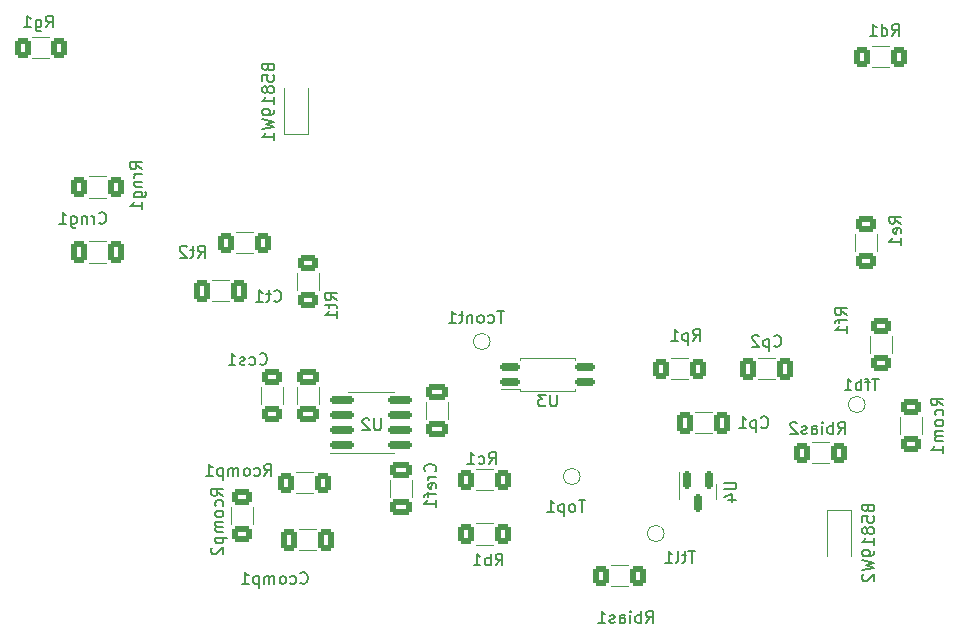
<source format=gbo>
G04 #@! TF.GenerationSoftware,KiCad,Pcbnew,(6.0.11)*
G04 #@! TF.CreationDate,2023-06-15T09:23:19+03:00*
G04 #@! TF.ProjectId,flyback_48V_48W,666c7962-6163-46b5-9f34-38565f343857,rev?*
G04 #@! TF.SameCoordinates,Original*
G04 #@! TF.FileFunction,Legend,Bot*
G04 #@! TF.FilePolarity,Positive*
%FSLAX46Y46*%
G04 Gerber Fmt 4.6, Leading zero omitted, Abs format (unit mm)*
G04 Created by KiCad (PCBNEW (6.0.11)) date 2023-06-15 09:23:19*
%MOMM*%
%LPD*%
G01*
G04 APERTURE LIST*
G04 Aperture macros list*
%AMRoundRect*
0 Rectangle with rounded corners*
0 $1 Rounding radius*
0 $2 $3 $4 $5 $6 $7 $8 $9 X,Y pos of 4 corners*
0 Add a 4 corners polygon primitive as box body*
4,1,4,$2,$3,$4,$5,$6,$7,$8,$9,$2,$3,0*
0 Add four circle primitives for the rounded corners*
1,1,$1+$1,$2,$3*
1,1,$1+$1,$4,$5*
1,1,$1+$1,$6,$7*
1,1,$1+$1,$8,$9*
0 Add four rect primitives between the rounded corners*
20,1,$1+$1,$2,$3,$4,$5,0*
20,1,$1+$1,$4,$5,$6,$7,0*
20,1,$1+$1,$6,$7,$8,$9,0*
20,1,$1+$1,$8,$9,$2,$3,0*%
G04 Aperture macros list end*
%ADD10C,0.150000*%
%ADD11C,0.120000*%
%ADD12O,2.000000X2.000000*%
%ADD13R,2.000000X2.000000*%
%ADD14C,2.000000*%
%ADD15C,7.500000*%
%ADD16C,4.700000*%
%ADD17O,3.048000X1.524000*%
%ADD18C,4.300000*%
%ADD19C,1.200000*%
%ADD20R,1.200000X1.200000*%
%ADD21C,1.000000*%
%ADD22RoundRect,0.250000X-0.400000X-0.625000X0.400000X-0.625000X0.400000X0.625000X-0.400000X0.625000X0*%
%ADD23RoundRect,0.250000X0.400000X0.625000X-0.400000X0.625000X-0.400000X-0.625000X0.400000X-0.625000X0*%
%ADD24RoundRect,0.250000X0.650000X-0.412500X0.650000X0.412500X-0.650000X0.412500X-0.650000X-0.412500X0*%
%ADD25RoundRect,0.250000X0.625000X-0.400000X0.625000X0.400000X-0.625000X0.400000X-0.625000X-0.400000X0*%
%ADD26RoundRect,0.150000X-0.825000X-0.150000X0.825000X-0.150000X0.825000X0.150000X-0.825000X0.150000X0*%
%ADD27RoundRect,0.150000X-0.662500X-0.150000X0.662500X-0.150000X0.662500X0.150000X-0.662500X0.150000X0*%
%ADD28RoundRect,0.250000X-0.650000X0.412500X-0.650000X-0.412500X0.650000X-0.412500X0.650000X0.412500X0*%
%ADD29RoundRect,0.250000X0.412500X0.650000X-0.412500X0.650000X-0.412500X-0.650000X0.412500X-0.650000X0*%
%ADD30RoundRect,0.250000X-0.625000X0.400000X-0.625000X-0.400000X0.625000X-0.400000X0.625000X0.400000X0*%
%ADD31R,1.200000X0.900000*%
%ADD32RoundRect,0.150000X-0.150000X0.587500X-0.150000X-0.587500X0.150000X-0.587500X0.150000X0.587500X0*%
%ADD33RoundRect,0.250000X-0.412500X-0.650000X0.412500X-0.650000X0.412500X0.650000X-0.412500X0.650000X0*%
G04 APERTURE END LIST*
D10*
X146398952Y-74890380D02*
X145827523Y-74890380D01*
X146113238Y-75890380D02*
X146113238Y-74890380D01*
X145065619Y-75842761D02*
X145160857Y-75890380D01*
X145351333Y-75890380D01*
X145446571Y-75842761D01*
X145494190Y-75795142D01*
X145541809Y-75699904D01*
X145541809Y-75414190D01*
X145494190Y-75318952D01*
X145446571Y-75271333D01*
X145351333Y-75223714D01*
X145160857Y-75223714D01*
X145065619Y-75271333D01*
X144494190Y-75890380D02*
X144589428Y-75842761D01*
X144637047Y-75795142D01*
X144684666Y-75699904D01*
X144684666Y-75414190D01*
X144637047Y-75318952D01*
X144589428Y-75271333D01*
X144494190Y-75223714D01*
X144351333Y-75223714D01*
X144256095Y-75271333D01*
X144208476Y-75318952D01*
X144160857Y-75414190D01*
X144160857Y-75699904D01*
X144208476Y-75795142D01*
X144256095Y-75842761D01*
X144351333Y-75890380D01*
X144494190Y-75890380D01*
X143732285Y-75223714D02*
X143732285Y-75890380D01*
X143732285Y-75318952D02*
X143684666Y-75271333D01*
X143589428Y-75223714D01*
X143446571Y-75223714D01*
X143351333Y-75271333D01*
X143303714Y-75366571D01*
X143303714Y-75890380D01*
X142970380Y-75223714D02*
X142589428Y-75223714D01*
X142827523Y-74890380D02*
X142827523Y-75747523D01*
X142779904Y-75842761D01*
X142684666Y-75890380D01*
X142589428Y-75890380D01*
X141732285Y-75890380D02*
X142303714Y-75890380D01*
X142018000Y-75890380D02*
X142018000Y-74890380D01*
X142113238Y-75033238D01*
X142208476Y-75128476D01*
X142303714Y-75176095D01*
X153304666Y-90892380D02*
X152733238Y-90892380D01*
X153018952Y-91892380D02*
X153018952Y-90892380D01*
X152257047Y-91892380D02*
X152352285Y-91844761D01*
X152399904Y-91797142D01*
X152447523Y-91701904D01*
X152447523Y-91416190D01*
X152399904Y-91320952D01*
X152352285Y-91273333D01*
X152257047Y-91225714D01*
X152114190Y-91225714D01*
X152018952Y-91273333D01*
X151971333Y-91320952D01*
X151923714Y-91416190D01*
X151923714Y-91701904D01*
X151971333Y-91797142D01*
X152018952Y-91844761D01*
X152114190Y-91892380D01*
X152257047Y-91892380D01*
X151495142Y-91225714D02*
X151495142Y-92225714D01*
X151495142Y-91273333D02*
X151399904Y-91225714D01*
X151209428Y-91225714D01*
X151114190Y-91273333D01*
X151066571Y-91320952D01*
X151018952Y-91416190D01*
X151018952Y-91701904D01*
X151066571Y-91797142D01*
X151114190Y-91844761D01*
X151209428Y-91892380D01*
X151399904Y-91892380D01*
X151495142Y-91844761D01*
X150066571Y-91892380D02*
X150638000Y-91892380D01*
X150352285Y-91892380D02*
X150352285Y-90892380D01*
X150447523Y-91035238D01*
X150542761Y-91130476D01*
X150638000Y-91178095D01*
X115768380Y-62881047D02*
X115292190Y-62547714D01*
X115768380Y-62309619D02*
X114768380Y-62309619D01*
X114768380Y-62690571D01*
X114816000Y-62785809D01*
X114863619Y-62833428D01*
X114958857Y-62881047D01*
X115101714Y-62881047D01*
X115196952Y-62833428D01*
X115244571Y-62785809D01*
X115292190Y-62690571D01*
X115292190Y-62309619D01*
X115768380Y-63309619D02*
X115101714Y-63309619D01*
X115292190Y-63309619D02*
X115196952Y-63357238D01*
X115149333Y-63404857D01*
X115101714Y-63500095D01*
X115101714Y-63595333D01*
X115101714Y-63928666D02*
X115768380Y-63928666D01*
X115196952Y-63928666D02*
X115149333Y-63976285D01*
X115101714Y-64071523D01*
X115101714Y-64214380D01*
X115149333Y-64309619D01*
X115244571Y-64357238D01*
X115768380Y-64357238D01*
X115101714Y-65262000D02*
X115911238Y-65262000D01*
X116006476Y-65214380D01*
X116054095Y-65166761D01*
X116101714Y-65071523D01*
X116101714Y-64928666D01*
X116054095Y-64833428D01*
X115720761Y-65262000D02*
X115768380Y-65166761D01*
X115768380Y-64976285D01*
X115720761Y-64881047D01*
X115673142Y-64833428D01*
X115577904Y-64785809D01*
X115292190Y-64785809D01*
X115196952Y-64833428D01*
X115149333Y-64881047D01*
X115101714Y-64976285D01*
X115101714Y-65166761D01*
X115149333Y-65262000D01*
X115768380Y-66262000D02*
X115768380Y-65690571D01*
X115768380Y-65976285D02*
X114768380Y-65976285D01*
X114911238Y-65881047D01*
X115006476Y-65785809D01*
X115054095Y-65690571D01*
X107619047Y-50880380D02*
X107952380Y-50404190D01*
X108190476Y-50880380D02*
X108190476Y-49880380D01*
X107809523Y-49880380D01*
X107714285Y-49928000D01*
X107666666Y-49975619D01*
X107619047Y-50070857D01*
X107619047Y-50213714D01*
X107666666Y-50308952D01*
X107714285Y-50356571D01*
X107809523Y-50404190D01*
X108190476Y-50404190D01*
X106761904Y-50213714D02*
X106761904Y-51023238D01*
X106809523Y-51118476D01*
X106857142Y-51166095D01*
X106952380Y-51213714D01*
X107095238Y-51213714D01*
X107190476Y-51166095D01*
X106761904Y-50832761D02*
X106857142Y-50880380D01*
X107047619Y-50880380D01*
X107142857Y-50832761D01*
X107190476Y-50785142D01*
X107238095Y-50689904D01*
X107238095Y-50404190D01*
X107190476Y-50308952D01*
X107142857Y-50261333D01*
X107047619Y-50213714D01*
X106857142Y-50213714D01*
X106761904Y-50261333D01*
X105761904Y-50880380D02*
X106333333Y-50880380D01*
X106047619Y-50880380D02*
X106047619Y-49880380D01*
X106142857Y-50023238D01*
X106238095Y-50118476D01*
X106333333Y-50166095D01*
X125714000Y-79351142D02*
X125761619Y-79398761D01*
X125904476Y-79446380D01*
X125999714Y-79446380D01*
X126142571Y-79398761D01*
X126237809Y-79303523D01*
X126285428Y-79208285D01*
X126333047Y-79017809D01*
X126333047Y-78874952D01*
X126285428Y-78684476D01*
X126237809Y-78589238D01*
X126142571Y-78494000D01*
X125999714Y-78446380D01*
X125904476Y-78446380D01*
X125761619Y-78494000D01*
X125714000Y-78541619D01*
X124856857Y-79398761D02*
X124952095Y-79446380D01*
X125142571Y-79446380D01*
X125237809Y-79398761D01*
X125285428Y-79351142D01*
X125333047Y-79255904D01*
X125333047Y-78970190D01*
X125285428Y-78874952D01*
X125237809Y-78827333D01*
X125142571Y-78779714D01*
X124952095Y-78779714D01*
X124856857Y-78827333D01*
X124475904Y-79398761D02*
X124380666Y-79446380D01*
X124190190Y-79446380D01*
X124094952Y-79398761D01*
X124047333Y-79303523D01*
X124047333Y-79255904D01*
X124094952Y-79160666D01*
X124190190Y-79113047D01*
X124333047Y-79113047D01*
X124428285Y-79065428D01*
X124475904Y-78970190D01*
X124475904Y-78922571D01*
X124428285Y-78827333D01*
X124333047Y-78779714D01*
X124190190Y-78779714D01*
X124094952Y-78827333D01*
X123094952Y-79446380D02*
X123666380Y-79446380D01*
X123380666Y-79446380D02*
X123380666Y-78446380D01*
X123475904Y-78589238D01*
X123571142Y-78684476D01*
X123666380Y-78732095D01*
X122626380Y-90543333D02*
X122150190Y-90210000D01*
X122626380Y-89971904D02*
X121626380Y-89971904D01*
X121626380Y-90352857D01*
X121674000Y-90448095D01*
X121721619Y-90495714D01*
X121816857Y-90543333D01*
X121959714Y-90543333D01*
X122054952Y-90495714D01*
X122102571Y-90448095D01*
X122150190Y-90352857D01*
X122150190Y-89971904D01*
X122578761Y-91400476D02*
X122626380Y-91305238D01*
X122626380Y-91114761D01*
X122578761Y-91019523D01*
X122531142Y-90971904D01*
X122435904Y-90924285D01*
X122150190Y-90924285D01*
X122054952Y-90971904D01*
X122007333Y-91019523D01*
X121959714Y-91114761D01*
X121959714Y-91305238D01*
X122007333Y-91400476D01*
X122626380Y-91971904D02*
X122578761Y-91876666D01*
X122531142Y-91829047D01*
X122435904Y-91781428D01*
X122150190Y-91781428D01*
X122054952Y-91829047D01*
X122007333Y-91876666D01*
X121959714Y-91971904D01*
X121959714Y-92114761D01*
X122007333Y-92210000D01*
X122054952Y-92257619D01*
X122150190Y-92305238D01*
X122435904Y-92305238D01*
X122531142Y-92257619D01*
X122578761Y-92210000D01*
X122626380Y-92114761D01*
X122626380Y-91971904D01*
X122626380Y-92733809D02*
X121959714Y-92733809D01*
X122054952Y-92733809D02*
X122007333Y-92781428D01*
X121959714Y-92876666D01*
X121959714Y-93019523D01*
X122007333Y-93114761D01*
X122102571Y-93162380D01*
X122626380Y-93162380D01*
X122102571Y-93162380D02*
X122007333Y-93210000D01*
X121959714Y-93305238D01*
X121959714Y-93448095D01*
X122007333Y-93543333D01*
X122102571Y-93590952D01*
X122626380Y-93590952D01*
X121959714Y-94067142D02*
X122959714Y-94067142D01*
X122007333Y-94067142D02*
X121959714Y-94162380D01*
X121959714Y-94352857D01*
X122007333Y-94448095D01*
X122054952Y-94495714D01*
X122150190Y-94543333D01*
X122435904Y-94543333D01*
X122531142Y-94495714D01*
X122578761Y-94448095D01*
X122626380Y-94352857D01*
X122626380Y-94162380D01*
X122578761Y-94067142D01*
X121721619Y-94924285D02*
X121674000Y-94971904D01*
X121626380Y-95067142D01*
X121626380Y-95305238D01*
X121674000Y-95400476D01*
X121721619Y-95448095D01*
X121816857Y-95495714D01*
X121912095Y-95495714D01*
X122054952Y-95448095D01*
X122626380Y-94876666D01*
X122626380Y-95495714D01*
X135989904Y-83980380D02*
X135989904Y-84789904D01*
X135942285Y-84885142D01*
X135894666Y-84932761D01*
X135799428Y-84980380D01*
X135608952Y-84980380D01*
X135513714Y-84932761D01*
X135466095Y-84885142D01*
X135418476Y-84789904D01*
X135418476Y-83980380D01*
X134989904Y-84075619D02*
X134942285Y-84028000D01*
X134847047Y-83980380D01*
X134608952Y-83980380D01*
X134513714Y-84028000D01*
X134466095Y-84075619D01*
X134418476Y-84170857D01*
X134418476Y-84266095D01*
X134466095Y-84408952D01*
X135037523Y-84980380D01*
X134418476Y-84980380D01*
X150875904Y-81966380D02*
X150875904Y-82775904D01*
X150828285Y-82871142D01*
X150780666Y-82918761D01*
X150685428Y-82966380D01*
X150494952Y-82966380D01*
X150399714Y-82918761D01*
X150352095Y-82871142D01*
X150304476Y-82775904D01*
X150304476Y-81966380D01*
X149923523Y-81966380D02*
X149304476Y-81966380D01*
X149637809Y-82347333D01*
X149494952Y-82347333D01*
X149399714Y-82394952D01*
X149352095Y-82442571D01*
X149304476Y-82537809D01*
X149304476Y-82775904D01*
X149352095Y-82871142D01*
X149399714Y-82918761D01*
X149494952Y-82966380D01*
X149780666Y-82966380D01*
X149875904Y-82918761D01*
X149923523Y-82871142D01*
X140565142Y-88471523D02*
X140612761Y-88423904D01*
X140660380Y-88281047D01*
X140660380Y-88185809D01*
X140612761Y-88042952D01*
X140517523Y-87947714D01*
X140422285Y-87900095D01*
X140231809Y-87852476D01*
X140088952Y-87852476D01*
X139898476Y-87900095D01*
X139803238Y-87947714D01*
X139708000Y-88042952D01*
X139660380Y-88185809D01*
X139660380Y-88281047D01*
X139708000Y-88423904D01*
X139755619Y-88471523D01*
X140660380Y-88900095D02*
X139993714Y-88900095D01*
X140184190Y-88900095D02*
X140088952Y-88947714D01*
X140041333Y-88995333D01*
X139993714Y-89090571D01*
X139993714Y-89185809D01*
X140612761Y-89900095D02*
X140660380Y-89804857D01*
X140660380Y-89614380D01*
X140612761Y-89519142D01*
X140517523Y-89471523D01*
X140136571Y-89471523D01*
X140041333Y-89519142D01*
X139993714Y-89614380D01*
X139993714Y-89804857D01*
X140041333Y-89900095D01*
X140136571Y-89947714D01*
X140231809Y-89947714D01*
X140327047Y-89471523D01*
X139993714Y-90233428D02*
X139993714Y-90614380D01*
X140660380Y-90376285D02*
X139803238Y-90376285D01*
X139708000Y-90423904D01*
X139660380Y-90519142D01*
X139660380Y-90614380D01*
X140660380Y-91471523D02*
X140660380Y-90900095D01*
X140660380Y-91185809D02*
X139660380Y-91185809D01*
X139803238Y-91090571D01*
X139898476Y-90995333D01*
X139946095Y-90900095D01*
X112124952Y-67413142D02*
X112172571Y-67460761D01*
X112315428Y-67508380D01*
X112410666Y-67508380D01*
X112553523Y-67460761D01*
X112648761Y-67365523D01*
X112696380Y-67270285D01*
X112744000Y-67079809D01*
X112744000Y-66936952D01*
X112696380Y-66746476D01*
X112648761Y-66651238D01*
X112553523Y-66556000D01*
X112410666Y-66508380D01*
X112315428Y-66508380D01*
X112172571Y-66556000D01*
X112124952Y-66603619D01*
X111696380Y-67508380D02*
X111696380Y-66841714D01*
X111696380Y-67032190D02*
X111648761Y-66936952D01*
X111601142Y-66889333D01*
X111505904Y-66841714D01*
X111410666Y-66841714D01*
X111077333Y-66841714D02*
X111077333Y-67508380D01*
X111077333Y-66936952D02*
X111029714Y-66889333D01*
X110934476Y-66841714D01*
X110791619Y-66841714D01*
X110696380Y-66889333D01*
X110648761Y-66984571D01*
X110648761Y-67508380D01*
X109744000Y-66841714D02*
X109744000Y-67651238D01*
X109791619Y-67746476D01*
X109839238Y-67794095D01*
X109934476Y-67841714D01*
X110077333Y-67841714D01*
X110172571Y-67794095D01*
X109744000Y-67460761D02*
X109839238Y-67508380D01*
X110029714Y-67508380D01*
X110124952Y-67460761D01*
X110172571Y-67413142D01*
X110220190Y-67317904D01*
X110220190Y-67032190D01*
X110172571Y-66936952D01*
X110124952Y-66889333D01*
X110029714Y-66841714D01*
X109839238Y-66841714D01*
X109744000Y-66889333D01*
X108744000Y-67508380D02*
X109315428Y-67508380D01*
X109029714Y-67508380D02*
X109029714Y-66508380D01*
X109124952Y-66651238D01*
X109220190Y-66746476D01*
X109315428Y-66794095D01*
X168175047Y-84713142D02*
X168222666Y-84760761D01*
X168365523Y-84808380D01*
X168460761Y-84808380D01*
X168603619Y-84760761D01*
X168698857Y-84665523D01*
X168746476Y-84570285D01*
X168794095Y-84379809D01*
X168794095Y-84236952D01*
X168746476Y-84046476D01*
X168698857Y-83951238D01*
X168603619Y-83856000D01*
X168460761Y-83808380D01*
X168365523Y-83808380D01*
X168222666Y-83856000D01*
X168175047Y-83903619D01*
X167746476Y-84141714D02*
X167746476Y-85141714D01*
X167746476Y-84189333D02*
X167651238Y-84141714D01*
X167460761Y-84141714D01*
X167365523Y-84189333D01*
X167317904Y-84236952D01*
X167270285Y-84332190D01*
X167270285Y-84617904D01*
X167317904Y-84713142D01*
X167365523Y-84760761D01*
X167460761Y-84808380D01*
X167651238Y-84808380D01*
X167746476Y-84760761D01*
X166317904Y-84808380D02*
X166889333Y-84808380D01*
X166603619Y-84808380D02*
X166603619Y-83808380D01*
X166698857Y-83951238D01*
X166794095Y-84046476D01*
X166889333Y-84094095D01*
X126944380Y-74017142D02*
X126992000Y-74064761D01*
X127134857Y-74112380D01*
X127230095Y-74112380D01*
X127372952Y-74064761D01*
X127468190Y-73969523D01*
X127515809Y-73874285D01*
X127563428Y-73683809D01*
X127563428Y-73540952D01*
X127515809Y-73350476D01*
X127468190Y-73255238D01*
X127372952Y-73160000D01*
X127230095Y-73112380D01*
X127134857Y-73112380D01*
X126992000Y-73160000D01*
X126944380Y-73207619D01*
X126658666Y-73445714D02*
X126277714Y-73445714D01*
X126515809Y-73112380D02*
X126515809Y-73969523D01*
X126468190Y-74064761D01*
X126372952Y-74112380D01*
X126277714Y-74112380D01*
X125420571Y-74112380D02*
X125992000Y-74112380D01*
X125706285Y-74112380D02*
X125706285Y-73112380D01*
X125801523Y-73255238D01*
X125896761Y-73350476D01*
X125992000Y-73398095D01*
X180030380Y-67476761D02*
X179554190Y-67143428D01*
X180030380Y-66905333D02*
X179030380Y-66905333D01*
X179030380Y-67286285D01*
X179078000Y-67381523D01*
X179125619Y-67429142D01*
X179220857Y-67476761D01*
X179363714Y-67476761D01*
X179458952Y-67429142D01*
X179506571Y-67381523D01*
X179554190Y-67286285D01*
X179554190Y-66905333D01*
X179982761Y-68286285D02*
X180030380Y-68191047D01*
X180030380Y-68000571D01*
X179982761Y-67905333D01*
X179887523Y-67857714D01*
X179506571Y-67857714D01*
X179411333Y-67905333D01*
X179363714Y-68000571D01*
X179363714Y-68191047D01*
X179411333Y-68286285D01*
X179506571Y-68333904D01*
X179601809Y-68333904D01*
X179697047Y-67857714D01*
X180030380Y-69286285D02*
X180030380Y-68714857D01*
X180030380Y-69000571D02*
X179030380Y-69000571D01*
X179173238Y-68905333D01*
X179268476Y-68810095D01*
X179316095Y-68714857D01*
X175458380Y-75239619D02*
X174982190Y-74906285D01*
X175458380Y-74668190D02*
X174458380Y-74668190D01*
X174458380Y-75049142D01*
X174506000Y-75144380D01*
X174553619Y-75192000D01*
X174648857Y-75239619D01*
X174791714Y-75239619D01*
X174886952Y-75192000D01*
X174934571Y-75144380D01*
X174982190Y-75049142D01*
X174982190Y-74668190D01*
X174791714Y-75525333D02*
X174791714Y-75906285D01*
X175458380Y-75668190D02*
X174601238Y-75668190D01*
X174506000Y-75715809D01*
X174458380Y-75811047D01*
X174458380Y-75906285D01*
X175458380Y-76763428D02*
X175458380Y-76192000D01*
X175458380Y-76477714D02*
X174458380Y-76477714D01*
X174601238Y-76382476D01*
X174696476Y-76287238D01*
X174744095Y-76192000D01*
X132278380Y-73969619D02*
X131802190Y-73636285D01*
X132278380Y-73398190D02*
X131278380Y-73398190D01*
X131278380Y-73779142D01*
X131326000Y-73874380D01*
X131373619Y-73922000D01*
X131468857Y-73969619D01*
X131611714Y-73969619D01*
X131706952Y-73922000D01*
X131754571Y-73874380D01*
X131802190Y-73779142D01*
X131802190Y-73398190D01*
X131611714Y-74255333D02*
X131611714Y-74636285D01*
X131278380Y-74398190D02*
X132135523Y-74398190D01*
X132230761Y-74445809D01*
X132278380Y-74541047D01*
X132278380Y-74636285D01*
X132278380Y-75493428D02*
X132278380Y-74922000D01*
X132278380Y-75207714D02*
X131278380Y-75207714D01*
X131421238Y-75112476D01*
X131516476Y-75017238D01*
X131564095Y-74922000D01*
X126420571Y-54269047D02*
X126468190Y-54411904D01*
X126515809Y-54459523D01*
X126611047Y-54507142D01*
X126753904Y-54507142D01*
X126849142Y-54459523D01*
X126896761Y-54411904D01*
X126944380Y-54316666D01*
X126944380Y-53935714D01*
X125944380Y-53935714D01*
X125944380Y-54269047D01*
X125992000Y-54364285D01*
X126039619Y-54411904D01*
X126134857Y-54459523D01*
X126230095Y-54459523D01*
X126325333Y-54411904D01*
X126372952Y-54364285D01*
X126420571Y-54269047D01*
X126420571Y-53935714D01*
X125944380Y-55411904D02*
X125944380Y-54935714D01*
X126420571Y-54888095D01*
X126372952Y-54935714D01*
X126325333Y-55030952D01*
X126325333Y-55269047D01*
X126372952Y-55364285D01*
X126420571Y-55411904D01*
X126515809Y-55459523D01*
X126753904Y-55459523D01*
X126849142Y-55411904D01*
X126896761Y-55364285D01*
X126944380Y-55269047D01*
X126944380Y-55030952D01*
X126896761Y-54935714D01*
X126849142Y-54888095D01*
X126372952Y-56030952D02*
X126325333Y-55935714D01*
X126277714Y-55888095D01*
X126182476Y-55840476D01*
X126134857Y-55840476D01*
X126039619Y-55888095D01*
X125992000Y-55935714D01*
X125944380Y-56030952D01*
X125944380Y-56221428D01*
X125992000Y-56316666D01*
X126039619Y-56364285D01*
X126134857Y-56411904D01*
X126182476Y-56411904D01*
X126277714Y-56364285D01*
X126325333Y-56316666D01*
X126372952Y-56221428D01*
X126372952Y-56030952D01*
X126420571Y-55935714D01*
X126468190Y-55888095D01*
X126563428Y-55840476D01*
X126753904Y-55840476D01*
X126849142Y-55888095D01*
X126896761Y-55935714D01*
X126944380Y-56030952D01*
X126944380Y-56221428D01*
X126896761Y-56316666D01*
X126849142Y-56364285D01*
X126753904Y-56411904D01*
X126563428Y-56411904D01*
X126468190Y-56364285D01*
X126420571Y-56316666D01*
X126372952Y-56221428D01*
X126944380Y-57364285D02*
X126944380Y-56792857D01*
X126944380Y-57078571D02*
X125944380Y-57078571D01*
X126087238Y-56983333D01*
X126182476Y-56888095D01*
X126230095Y-56792857D01*
X126944380Y-57840476D02*
X126944380Y-58030952D01*
X126896761Y-58126190D01*
X126849142Y-58173809D01*
X126706285Y-58269047D01*
X126515809Y-58316666D01*
X126134857Y-58316666D01*
X126039619Y-58269047D01*
X125992000Y-58221428D01*
X125944380Y-58126190D01*
X125944380Y-57935714D01*
X125992000Y-57840476D01*
X126039619Y-57792857D01*
X126134857Y-57745238D01*
X126372952Y-57745238D01*
X126468190Y-57792857D01*
X126515809Y-57840476D01*
X126563428Y-57935714D01*
X126563428Y-58126190D01*
X126515809Y-58221428D01*
X126468190Y-58269047D01*
X126372952Y-58316666D01*
X125944380Y-58650000D02*
X126944380Y-58888095D01*
X126230095Y-59078571D01*
X126944380Y-59269047D01*
X125944380Y-59507142D01*
X126944380Y-60411904D02*
X126944380Y-59840476D01*
X126944380Y-60126190D02*
X125944380Y-60126190D01*
X126087238Y-60030952D01*
X126182476Y-59935714D01*
X126230095Y-59840476D01*
X169275047Y-77827142D02*
X169322666Y-77874761D01*
X169465523Y-77922380D01*
X169560761Y-77922380D01*
X169703619Y-77874761D01*
X169798857Y-77779523D01*
X169846476Y-77684285D01*
X169894095Y-77493809D01*
X169894095Y-77350952D01*
X169846476Y-77160476D01*
X169798857Y-77065238D01*
X169703619Y-76970000D01*
X169560761Y-76922380D01*
X169465523Y-76922380D01*
X169322666Y-76970000D01*
X169275047Y-77017619D01*
X168846476Y-77255714D02*
X168846476Y-78255714D01*
X168846476Y-77303333D02*
X168751238Y-77255714D01*
X168560761Y-77255714D01*
X168465523Y-77303333D01*
X168417904Y-77350952D01*
X168370285Y-77446190D01*
X168370285Y-77731904D01*
X168417904Y-77827142D01*
X168465523Y-77874761D01*
X168560761Y-77922380D01*
X168751238Y-77922380D01*
X168846476Y-77874761D01*
X167989333Y-77017619D02*
X167941714Y-76970000D01*
X167846476Y-76922380D01*
X167608380Y-76922380D01*
X167513142Y-76970000D01*
X167465523Y-77017619D01*
X167417904Y-77112857D01*
X167417904Y-77208095D01*
X167465523Y-77350952D01*
X168036952Y-77922380D01*
X167417904Y-77922380D01*
X126118666Y-88844380D02*
X126452000Y-88368190D01*
X126690095Y-88844380D02*
X126690095Y-87844380D01*
X126309142Y-87844380D01*
X126213904Y-87892000D01*
X126166285Y-87939619D01*
X126118666Y-88034857D01*
X126118666Y-88177714D01*
X126166285Y-88272952D01*
X126213904Y-88320571D01*
X126309142Y-88368190D01*
X126690095Y-88368190D01*
X125261523Y-88796761D02*
X125356761Y-88844380D01*
X125547238Y-88844380D01*
X125642476Y-88796761D01*
X125690095Y-88749142D01*
X125737714Y-88653904D01*
X125737714Y-88368190D01*
X125690095Y-88272952D01*
X125642476Y-88225333D01*
X125547238Y-88177714D01*
X125356761Y-88177714D01*
X125261523Y-88225333D01*
X124690095Y-88844380D02*
X124785333Y-88796761D01*
X124832952Y-88749142D01*
X124880571Y-88653904D01*
X124880571Y-88368190D01*
X124832952Y-88272952D01*
X124785333Y-88225333D01*
X124690095Y-88177714D01*
X124547238Y-88177714D01*
X124452000Y-88225333D01*
X124404380Y-88272952D01*
X124356761Y-88368190D01*
X124356761Y-88653904D01*
X124404380Y-88749142D01*
X124452000Y-88796761D01*
X124547238Y-88844380D01*
X124690095Y-88844380D01*
X123928190Y-88844380D02*
X123928190Y-88177714D01*
X123928190Y-88272952D02*
X123880571Y-88225333D01*
X123785333Y-88177714D01*
X123642476Y-88177714D01*
X123547238Y-88225333D01*
X123499619Y-88320571D01*
X123499619Y-88844380D01*
X123499619Y-88320571D02*
X123452000Y-88225333D01*
X123356761Y-88177714D01*
X123213904Y-88177714D01*
X123118666Y-88225333D01*
X123071047Y-88320571D01*
X123071047Y-88844380D01*
X122594857Y-88177714D02*
X122594857Y-89177714D01*
X122594857Y-88225333D02*
X122499619Y-88177714D01*
X122309142Y-88177714D01*
X122213904Y-88225333D01*
X122166285Y-88272952D01*
X122118666Y-88368190D01*
X122118666Y-88653904D01*
X122166285Y-88749142D01*
X122213904Y-88796761D01*
X122309142Y-88844380D01*
X122499619Y-88844380D01*
X122594857Y-88796761D01*
X121166285Y-88844380D02*
X121737714Y-88844380D01*
X121452000Y-88844380D02*
X121452000Y-87844380D01*
X121547238Y-87987238D01*
X121642476Y-88082476D01*
X121737714Y-88130095D01*
X174688285Y-85288380D02*
X175021619Y-84812190D01*
X175259714Y-85288380D02*
X175259714Y-84288380D01*
X174878761Y-84288380D01*
X174783523Y-84336000D01*
X174735904Y-84383619D01*
X174688285Y-84478857D01*
X174688285Y-84621714D01*
X174735904Y-84716952D01*
X174783523Y-84764571D01*
X174878761Y-84812190D01*
X175259714Y-84812190D01*
X174259714Y-85288380D02*
X174259714Y-84288380D01*
X174259714Y-84669333D02*
X174164476Y-84621714D01*
X173974000Y-84621714D01*
X173878761Y-84669333D01*
X173831142Y-84716952D01*
X173783523Y-84812190D01*
X173783523Y-85097904D01*
X173831142Y-85193142D01*
X173878761Y-85240761D01*
X173974000Y-85288380D01*
X174164476Y-85288380D01*
X174259714Y-85240761D01*
X173354952Y-85288380D02*
X173354952Y-84621714D01*
X173354952Y-84288380D02*
X173402571Y-84336000D01*
X173354952Y-84383619D01*
X173307333Y-84336000D01*
X173354952Y-84288380D01*
X173354952Y-84383619D01*
X172450190Y-85288380D02*
X172450190Y-84764571D01*
X172497809Y-84669333D01*
X172593047Y-84621714D01*
X172783523Y-84621714D01*
X172878761Y-84669333D01*
X172450190Y-85240761D02*
X172545428Y-85288380D01*
X172783523Y-85288380D01*
X172878761Y-85240761D01*
X172926380Y-85145523D01*
X172926380Y-85050285D01*
X172878761Y-84955047D01*
X172783523Y-84907428D01*
X172545428Y-84907428D01*
X172450190Y-84859809D01*
X172021619Y-85240761D02*
X171926380Y-85288380D01*
X171735904Y-85288380D01*
X171640666Y-85240761D01*
X171593047Y-85145523D01*
X171593047Y-85097904D01*
X171640666Y-85002666D01*
X171735904Y-84955047D01*
X171878761Y-84955047D01*
X171974000Y-84907428D01*
X172021619Y-84812190D01*
X172021619Y-84764571D01*
X171974000Y-84669333D01*
X171878761Y-84621714D01*
X171735904Y-84621714D01*
X171640666Y-84669333D01*
X171212095Y-84383619D02*
X171164476Y-84336000D01*
X171069238Y-84288380D01*
X170831142Y-84288380D01*
X170735904Y-84336000D01*
X170688285Y-84383619D01*
X170640666Y-84478857D01*
X170640666Y-84574095D01*
X170688285Y-84716952D01*
X171259714Y-85288380D01*
X170640666Y-85288380D01*
X120480380Y-70368380D02*
X120813714Y-69892190D01*
X121051809Y-70368380D02*
X121051809Y-69368380D01*
X120670857Y-69368380D01*
X120575619Y-69416000D01*
X120528000Y-69463619D01*
X120480380Y-69558857D01*
X120480380Y-69701714D01*
X120528000Y-69796952D01*
X120575619Y-69844571D01*
X120670857Y-69892190D01*
X121051809Y-69892190D01*
X120194666Y-69701714D02*
X119813714Y-69701714D01*
X120051809Y-69368380D02*
X120051809Y-70225523D01*
X120004190Y-70320761D01*
X119908952Y-70368380D01*
X119813714Y-70368380D01*
X119528000Y-69463619D02*
X119480380Y-69416000D01*
X119385142Y-69368380D01*
X119147047Y-69368380D01*
X119051809Y-69416000D01*
X119004190Y-69463619D01*
X118956571Y-69558857D01*
X118956571Y-69654095D01*
X119004190Y-69796952D01*
X119575619Y-70368380D01*
X118956571Y-70368380D01*
X165060380Y-89408095D02*
X165869904Y-89408095D01*
X165965142Y-89455714D01*
X166012761Y-89503333D01*
X166060380Y-89598571D01*
X166060380Y-89789047D01*
X166012761Y-89884285D01*
X165965142Y-89931904D01*
X165869904Y-89979523D01*
X165060380Y-89979523D01*
X165393714Y-90884285D02*
X166060380Y-90884285D01*
X165012761Y-90646190D02*
X165727047Y-90408095D01*
X165727047Y-91027142D01*
X145121238Y-87828380D02*
X145454571Y-87352190D01*
X145692666Y-87828380D02*
X145692666Y-86828380D01*
X145311714Y-86828380D01*
X145216476Y-86876000D01*
X145168857Y-86923619D01*
X145121238Y-87018857D01*
X145121238Y-87161714D01*
X145168857Y-87256952D01*
X145216476Y-87304571D01*
X145311714Y-87352190D01*
X145692666Y-87352190D01*
X144264095Y-87780761D02*
X144359333Y-87828380D01*
X144549809Y-87828380D01*
X144645047Y-87780761D01*
X144692666Y-87733142D01*
X144740285Y-87637904D01*
X144740285Y-87352190D01*
X144692666Y-87256952D01*
X144645047Y-87209333D01*
X144549809Y-87161714D01*
X144359333Y-87161714D01*
X144264095Y-87209333D01*
X143311714Y-87828380D02*
X143883142Y-87828380D01*
X143597428Y-87828380D02*
X143597428Y-86828380D01*
X143692666Y-86971238D01*
X143787904Y-87066476D01*
X143883142Y-87114095D01*
X158432285Y-101290380D02*
X158765619Y-100814190D01*
X159003714Y-101290380D02*
X159003714Y-100290380D01*
X158622761Y-100290380D01*
X158527523Y-100338000D01*
X158479904Y-100385619D01*
X158432285Y-100480857D01*
X158432285Y-100623714D01*
X158479904Y-100718952D01*
X158527523Y-100766571D01*
X158622761Y-100814190D01*
X159003714Y-100814190D01*
X158003714Y-101290380D02*
X158003714Y-100290380D01*
X158003714Y-100671333D02*
X157908476Y-100623714D01*
X157718000Y-100623714D01*
X157622761Y-100671333D01*
X157575142Y-100718952D01*
X157527523Y-100814190D01*
X157527523Y-101099904D01*
X157575142Y-101195142D01*
X157622761Y-101242761D01*
X157718000Y-101290380D01*
X157908476Y-101290380D01*
X158003714Y-101242761D01*
X157098952Y-101290380D02*
X157098952Y-100623714D01*
X157098952Y-100290380D02*
X157146571Y-100338000D01*
X157098952Y-100385619D01*
X157051333Y-100338000D01*
X157098952Y-100290380D01*
X157098952Y-100385619D01*
X156194190Y-101290380D02*
X156194190Y-100766571D01*
X156241809Y-100671333D01*
X156337047Y-100623714D01*
X156527523Y-100623714D01*
X156622761Y-100671333D01*
X156194190Y-101242761D02*
X156289428Y-101290380D01*
X156527523Y-101290380D01*
X156622761Y-101242761D01*
X156670380Y-101147523D01*
X156670380Y-101052285D01*
X156622761Y-100957047D01*
X156527523Y-100909428D01*
X156289428Y-100909428D01*
X156194190Y-100861809D01*
X155765619Y-101242761D02*
X155670380Y-101290380D01*
X155479904Y-101290380D01*
X155384666Y-101242761D01*
X155337047Y-101147523D01*
X155337047Y-101099904D01*
X155384666Y-101004666D01*
X155479904Y-100957047D01*
X155622761Y-100957047D01*
X155718000Y-100909428D01*
X155765619Y-100814190D01*
X155765619Y-100766571D01*
X155718000Y-100671333D01*
X155622761Y-100623714D01*
X155479904Y-100623714D01*
X155384666Y-100671333D01*
X154384666Y-101290380D02*
X154956095Y-101290380D01*
X154670380Y-101290380D02*
X154670380Y-100290380D01*
X154765619Y-100433238D01*
X154860857Y-100528476D01*
X154956095Y-100576095D01*
X178146000Y-80602380D02*
X177574571Y-80602380D01*
X177860285Y-81602380D02*
X177860285Y-80602380D01*
X177384095Y-80935714D02*
X177003142Y-80935714D01*
X177241238Y-81602380D02*
X177241238Y-80745238D01*
X177193619Y-80650000D01*
X177098380Y-80602380D01*
X177003142Y-80602380D01*
X176669809Y-81602380D02*
X176669809Y-80602380D01*
X176669809Y-80983333D02*
X176574571Y-80935714D01*
X176384095Y-80935714D01*
X176288857Y-80983333D01*
X176241238Y-81030952D01*
X176193619Y-81126190D01*
X176193619Y-81411904D01*
X176241238Y-81507142D01*
X176288857Y-81554761D01*
X176384095Y-81602380D01*
X176574571Y-81602380D01*
X176669809Y-81554761D01*
X175241238Y-81602380D02*
X175812666Y-81602380D01*
X175526952Y-81602380D02*
X175526952Y-80602380D01*
X175622190Y-80745238D01*
X175717428Y-80840476D01*
X175812666Y-80888095D01*
X145699047Y-96422380D02*
X146032380Y-95946190D01*
X146270476Y-96422380D02*
X146270476Y-95422380D01*
X145889523Y-95422380D01*
X145794285Y-95470000D01*
X145746666Y-95517619D01*
X145699047Y-95612857D01*
X145699047Y-95755714D01*
X145746666Y-95850952D01*
X145794285Y-95898571D01*
X145889523Y-95946190D01*
X146270476Y-95946190D01*
X145270476Y-96422380D02*
X145270476Y-95422380D01*
X145270476Y-95803333D02*
X145175238Y-95755714D01*
X144984761Y-95755714D01*
X144889523Y-95803333D01*
X144841904Y-95850952D01*
X144794285Y-95946190D01*
X144794285Y-96231904D01*
X144841904Y-96327142D01*
X144889523Y-96374761D01*
X144984761Y-96422380D01*
X145175238Y-96422380D01*
X145270476Y-96374761D01*
X143841904Y-96422380D02*
X144413333Y-96422380D01*
X144127619Y-96422380D02*
X144127619Y-95422380D01*
X144222857Y-95565238D01*
X144318095Y-95660476D01*
X144413333Y-95708095D01*
X177220571Y-91607047D02*
X177268190Y-91749904D01*
X177315809Y-91797523D01*
X177411047Y-91845142D01*
X177553904Y-91845142D01*
X177649142Y-91797523D01*
X177696761Y-91749904D01*
X177744380Y-91654666D01*
X177744380Y-91273714D01*
X176744380Y-91273714D01*
X176744380Y-91607047D01*
X176792000Y-91702285D01*
X176839619Y-91749904D01*
X176934857Y-91797523D01*
X177030095Y-91797523D01*
X177125333Y-91749904D01*
X177172952Y-91702285D01*
X177220571Y-91607047D01*
X177220571Y-91273714D01*
X176744380Y-92749904D02*
X176744380Y-92273714D01*
X177220571Y-92226095D01*
X177172952Y-92273714D01*
X177125333Y-92368952D01*
X177125333Y-92607047D01*
X177172952Y-92702285D01*
X177220571Y-92749904D01*
X177315809Y-92797523D01*
X177553904Y-92797523D01*
X177649142Y-92749904D01*
X177696761Y-92702285D01*
X177744380Y-92607047D01*
X177744380Y-92368952D01*
X177696761Y-92273714D01*
X177649142Y-92226095D01*
X177172952Y-93368952D02*
X177125333Y-93273714D01*
X177077714Y-93226095D01*
X176982476Y-93178476D01*
X176934857Y-93178476D01*
X176839619Y-93226095D01*
X176792000Y-93273714D01*
X176744380Y-93368952D01*
X176744380Y-93559428D01*
X176792000Y-93654666D01*
X176839619Y-93702285D01*
X176934857Y-93749904D01*
X176982476Y-93749904D01*
X177077714Y-93702285D01*
X177125333Y-93654666D01*
X177172952Y-93559428D01*
X177172952Y-93368952D01*
X177220571Y-93273714D01*
X177268190Y-93226095D01*
X177363428Y-93178476D01*
X177553904Y-93178476D01*
X177649142Y-93226095D01*
X177696761Y-93273714D01*
X177744380Y-93368952D01*
X177744380Y-93559428D01*
X177696761Y-93654666D01*
X177649142Y-93702285D01*
X177553904Y-93749904D01*
X177363428Y-93749904D01*
X177268190Y-93702285D01*
X177220571Y-93654666D01*
X177172952Y-93559428D01*
X177744380Y-94702285D02*
X177744380Y-94130857D01*
X177744380Y-94416571D02*
X176744380Y-94416571D01*
X176887238Y-94321333D01*
X176982476Y-94226095D01*
X177030095Y-94130857D01*
X177744380Y-95178476D02*
X177744380Y-95368952D01*
X177696761Y-95464190D01*
X177649142Y-95511809D01*
X177506285Y-95607047D01*
X177315809Y-95654666D01*
X176934857Y-95654666D01*
X176839619Y-95607047D01*
X176792000Y-95559428D01*
X176744380Y-95464190D01*
X176744380Y-95273714D01*
X176792000Y-95178476D01*
X176839619Y-95130857D01*
X176934857Y-95083238D01*
X177172952Y-95083238D01*
X177268190Y-95130857D01*
X177315809Y-95178476D01*
X177363428Y-95273714D01*
X177363428Y-95464190D01*
X177315809Y-95559428D01*
X177268190Y-95607047D01*
X177172952Y-95654666D01*
X176744380Y-95988000D02*
X177744380Y-96226095D01*
X177030095Y-96416571D01*
X177744380Y-96607047D01*
X176744380Y-96845142D01*
X176839619Y-97178476D02*
X176792000Y-97226095D01*
X176744380Y-97321333D01*
X176744380Y-97559428D01*
X176792000Y-97654666D01*
X176839619Y-97702285D01*
X176934857Y-97749904D01*
X177030095Y-97749904D01*
X177172952Y-97702285D01*
X177744380Y-97130857D01*
X177744380Y-97749904D01*
X129166666Y-97893142D02*
X129214285Y-97940761D01*
X129357142Y-97988380D01*
X129452380Y-97988380D01*
X129595238Y-97940761D01*
X129690476Y-97845523D01*
X129738095Y-97750285D01*
X129785714Y-97559809D01*
X129785714Y-97416952D01*
X129738095Y-97226476D01*
X129690476Y-97131238D01*
X129595238Y-97036000D01*
X129452380Y-96988380D01*
X129357142Y-96988380D01*
X129214285Y-97036000D01*
X129166666Y-97083619D01*
X128309523Y-97940761D02*
X128404761Y-97988380D01*
X128595238Y-97988380D01*
X128690476Y-97940761D01*
X128738095Y-97893142D01*
X128785714Y-97797904D01*
X128785714Y-97512190D01*
X128738095Y-97416952D01*
X128690476Y-97369333D01*
X128595238Y-97321714D01*
X128404761Y-97321714D01*
X128309523Y-97369333D01*
X127738095Y-97988380D02*
X127833333Y-97940761D01*
X127880952Y-97893142D01*
X127928571Y-97797904D01*
X127928571Y-97512190D01*
X127880952Y-97416952D01*
X127833333Y-97369333D01*
X127738095Y-97321714D01*
X127595238Y-97321714D01*
X127500000Y-97369333D01*
X127452380Y-97416952D01*
X127404761Y-97512190D01*
X127404761Y-97797904D01*
X127452380Y-97893142D01*
X127500000Y-97940761D01*
X127595238Y-97988380D01*
X127738095Y-97988380D01*
X126976190Y-97988380D02*
X126976190Y-97321714D01*
X126976190Y-97416952D02*
X126928571Y-97369333D01*
X126833333Y-97321714D01*
X126690476Y-97321714D01*
X126595238Y-97369333D01*
X126547619Y-97464571D01*
X126547619Y-97988380D01*
X126547619Y-97464571D02*
X126500000Y-97369333D01*
X126404761Y-97321714D01*
X126261904Y-97321714D01*
X126166666Y-97369333D01*
X126119047Y-97464571D01*
X126119047Y-97988380D01*
X125642857Y-97321714D02*
X125642857Y-98321714D01*
X125642857Y-97369333D02*
X125547619Y-97321714D01*
X125357142Y-97321714D01*
X125261904Y-97369333D01*
X125214285Y-97416952D01*
X125166666Y-97512190D01*
X125166666Y-97797904D01*
X125214285Y-97893142D01*
X125261904Y-97940761D01*
X125357142Y-97988380D01*
X125547619Y-97988380D01*
X125642857Y-97940761D01*
X124214285Y-97988380D02*
X124785714Y-97988380D01*
X124500000Y-97988380D02*
X124500000Y-96988380D01*
X124595238Y-97131238D01*
X124690476Y-97226476D01*
X124785714Y-97274095D01*
X162417047Y-77414380D02*
X162750380Y-76938190D01*
X162988476Y-77414380D02*
X162988476Y-76414380D01*
X162607523Y-76414380D01*
X162512285Y-76462000D01*
X162464666Y-76509619D01*
X162417047Y-76604857D01*
X162417047Y-76747714D01*
X162464666Y-76842952D01*
X162512285Y-76890571D01*
X162607523Y-76938190D01*
X162988476Y-76938190D01*
X161988476Y-76747714D02*
X161988476Y-77747714D01*
X161988476Y-76795333D02*
X161893238Y-76747714D01*
X161702761Y-76747714D01*
X161607523Y-76795333D01*
X161559904Y-76842952D01*
X161512285Y-76938190D01*
X161512285Y-77223904D01*
X161559904Y-77319142D01*
X161607523Y-77366761D01*
X161702761Y-77414380D01*
X161893238Y-77414380D01*
X161988476Y-77366761D01*
X160559904Y-77414380D02*
X161131333Y-77414380D01*
X160845619Y-77414380D02*
X160845619Y-76414380D01*
X160940857Y-76557238D01*
X161036095Y-76652476D01*
X161131333Y-76700095D01*
X162599523Y-95210380D02*
X162028095Y-95210380D01*
X162313809Y-96210380D02*
X162313809Y-95210380D01*
X161837619Y-95543714D02*
X161456666Y-95543714D01*
X161694761Y-95210380D02*
X161694761Y-96067523D01*
X161647142Y-96162761D01*
X161551904Y-96210380D01*
X161456666Y-96210380D01*
X160980476Y-96210380D02*
X161075714Y-96162761D01*
X161123333Y-96067523D01*
X161123333Y-95210380D01*
X160075714Y-96210380D02*
X160647142Y-96210380D01*
X160361428Y-96210380D02*
X160361428Y-95210380D01*
X160456666Y-95353238D01*
X160551904Y-95448476D01*
X160647142Y-95496095D01*
X183586380Y-82867714D02*
X183110190Y-82534380D01*
X183586380Y-82296285D02*
X182586380Y-82296285D01*
X182586380Y-82677238D01*
X182634000Y-82772476D01*
X182681619Y-82820095D01*
X182776857Y-82867714D01*
X182919714Y-82867714D01*
X183014952Y-82820095D01*
X183062571Y-82772476D01*
X183110190Y-82677238D01*
X183110190Y-82296285D01*
X183538761Y-83724857D02*
X183586380Y-83629619D01*
X183586380Y-83439142D01*
X183538761Y-83343904D01*
X183491142Y-83296285D01*
X183395904Y-83248666D01*
X183110190Y-83248666D01*
X183014952Y-83296285D01*
X182967333Y-83343904D01*
X182919714Y-83439142D01*
X182919714Y-83629619D01*
X182967333Y-83724857D01*
X183586380Y-84296285D02*
X183538761Y-84201047D01*
X183491142Y-84153428D01*
X183395904Y-84105809D01*
X183110190Y-84105809D01*
X183014952Y-84153428D01*
X182967333Y-84201047D01*
X182919714Y-84296285D01*
X182919714Y-84439142D01*
X182967333Y-84534380D01*
X183014952Y-84582000D01*
X183110190Y-84629619D01*
X183395904Y-84629619D01*
X183491142Y-84582000D01*
X183538761Y-84534380D01*
X183586380Y-84439142D01*
X183586380Y-84296285D01*
X183586380Y-85058190D02*
X182919714Y-85058190D01*
X183014952Y-85058190D02*
X182967333Y-85105809D01*
X182919714Y-85201047D01*
X182919714Y-85343904D01*
X182967333Y-85439142D01*
X183062571Y-85486761D01*
X183586380Y-85486761D01*
X183062571Y-85486761D02*
X182967333Y-85534380D01*
X182919714Y-85629619D01*
X182919714Y-85772476D01*
X182967333Y-85867714D01*
X183062571Y-85915333D01*
X183586380Y-85915333D01*
X183586380Y-86915333D02*
X183586380Y-86343904D01*
X183586380Y-86629619D02*
X182586380Y-86629619D01*
X182729238Y-86534380D01*
X182824476Y-86439142D01*
X182872095Y-86343904D01*
X179253047Y-51594380D02*
X179586380Y-51118190D01*
X179824476Y-51594380D02*
X179824476Y-50594380D01*
X179443523Y-50594380D01*
X179348285Y-50642000D01*
X179300666Y-50689619D01*
X179253047Y-50784857D01*
X179253047Y-50927714D01*
X179300666Y-51022952D01*
X179348285Y-51070571D01*
X179443523Y-51118190D01*
X179824476Y-51118190D01*
X178395904Y-51594380D02*
X178395904Y-50594380D01*
X178395904Y-51546761D02*
X178491142Y-51594380D01*
X178681619Y-51594380D01*
X178776857Y-51546761D01*
X178824476Y-51499142D01*
X178872095Y-51403904D01*
X178872095Y-51118190D01*
X178824476Y-51022952D01*
X178776857Y-50975333D01*
X178681619Y-50927714D01*
X178491142Y-50927714D01*
X178395904Y-50975333D01*
X177395904Y-51594380D02*
X177967333Y-51594380D01*
X177681619Y-51594380D02*
X177681619Y-50594380D01*
X177776857Y-50737238D01*
X177872095Y-50832476D01*
X177967333Y-50880095D01*
D11*
X145226000Y-77470000D02*
G75*
G03*
X145226000Y-77470000I-700000J0D01*
G01*
X152846000Y-88900000D02*
G75*
G03*
X152846000Y-88900000I-700000J0D01*
G01*
X111272936Y-65310000D02*
X112727064Y-65310000D01*
X111272936Y-63490000D02*
X112727064Y-63490000D01*
X107927064Y-51668000D02*
X106472936Y-51668000D01*
X107927064Y-53488000D02*
X106472936Y-53488000D01*
X128884000Y-82753252D02*
X128884000Y-81330748D01*
X130704000Y-82753252D02*
X130704000Y-81330748D01*
X125116000Y-92929064D02*
X125116000Y-91474936D01*
X123296000Y-92929064D02*
X123296000Y-91474936D01*
X135128000Y-81768000D02*
X133178000Y-81768000D01*
X135128000Y-86888000D02*
X131678000Y-86888000D01*
X135128000Y-86888000D02*
X137078000Y-86888000D01*
X135128000Y-81768000D02*
X137078000Y-81768000D01*
X152424000Y-81674000D02*
X152424000Y-81459000D01*
X150114000Y-81674000D02*
X147804000Y-81674000D01*
X152424000Y-78854000D02*
X152424000Y-79069000D01*
X147804000Y-78854000D02*
X147804000Y-79069000D01*
X150114000Y-81674000D02*
X152424000Y-81674000D01*
X147804000Y-81674000D02*
X147804000Y-81459000D01*
X147804000Y-81459000D02*
X146114000Y-81459000D01*
X150114000Y-78854000D02*
X147804000Y-78854000D01*
X150114000Y-78854000D02*
X152424000Y-78854000D01*
X136758000Y-89204748D02*
X136758000Y-90627252D01*
X138578000Y-89204748D02*
X138578000Y-90627252D01*
X112711252Y-70810000D02*
X111288748Y-70810000D01*
X112711252Y-68990000D02*
X111288748Y-68990000D01*
X164033252Y-83418000D02*
X162610748Y-83418000D01*
X164033252Y-85238000D02*
X162610748Y-85238000D01*
X123139252Y-74062000D02*
X121716748Y-74062000D01*
X123139252Y-72242000D02*
X121716748Y-72242000D01*
X176128000Y-68360936D02*
X176128000Y-69815064D01*
X177948000Y-68360936D02*
X177948000Y-69815064D01*
X179218000Y-76996936D02*
X179218000Y-78451064D01*
X177398000Y-76996936D02*
X177398000Y-78451064D01*
X130704000Y-73117064D02*
X130704000Y-71662936D01*
X128884000Y-73117064D02*
X128884000Y-71662936D01*
X127778000Y-59908000D02*
X127778000Y-56008000D01*
X129778000Y-59908000D02*
X129778000Y-56008000D01*
X129778000Y-59908000D02*
X127778000Y-59908000D01*
X169367252Y-80666000D02*
X167944748Y-80666000D01*
X169367252Y-78846000D02*
X167944748Y-78846000D01*
X128812936Y-90318000D02*
X130267064Y-90318000D01*
X128812936Y-88498000D02*
X130267064Y-88498000D01*
X173955064Y-87778000D02*
X172500936Y-87778000D01*
X173955064Y-85958000D02*
X172500936Y-85958000D01*
X125187064Y-69998000D02*
X123732936Y-69998000D01*
X125187064Y-68178000D02*
X123732936Y-68178000D01*
X164374000Y-90170000D02*
X164374000Y-90820000D01*
X161254000Y-90170000D02*
X161254000Y-88495000D01*
X164374000Y-90170000D02*
X164374000Y-89520000D01*
X161254000Y-90170000D02*
X161254000Y-90820000D01*
X145507064Y-88244000D02*
X144052936Y-88244000D01*
X145507064Y-90064000D02*
X144052936Y-90064000D01*
X156937064Y-96372000D02*
X155482936Y-96372000D01*
X156937064Y-98192000D02*
X155482936Y-98192000D01*
X176976000Y-82804000D02*
G75*
G03*
X176976000Y-82804000I-700000J0D01*
G01*
X145507064Y-92860000D02*
X144052936Y-92860000D01*
X145507064Y-94680000D02*
X144052936Y-94680000D01*
X175752000Y-91730000D02*
X175752000Y-95630000D01*
X173752000Y-91730000D02*
X175752000Y-91730000D01*
X173752000Y-91730000D02*
X173752000Y-95630000D01*
X129082748Y-93324000D02*
X130505252Y-93324000D01*
X129082748Y-95144000D02*
X130505252Y-95144000D01*
X162017064Y-80666000D02*
X160562936Y-80666000D01*
X162017064Y-78846000D02*
X160562936Y-78846000D01*
X159958000Y-93726000D02*
G75*
G03*
X159958000Y-93726000I-700000J0D01*
G01*
X141626000Y-84023252D02*
X141626000Y-82600748D01*
X139806000Y-84023252D02*
X139806000Y-82600748D01*
X125836000Y-82769064D02*
X125836000Y-81314936D01*
X127656000Y-82769064D02*
X127656000Y-81314936D01*
X181758000Y-83854936D02*
X181758000Y-85309064D01*
X179938000Y-83854936D02*
X179938000Y-85309064D01*
X179035064Y-52430000D02*
X177580936Y-52430000D01*
X179035064Y-54250000D02*
X177580936Y-54250000D01*
%LPC*%
D12*
X152146000Y-72930000D03*
D13*
X157226000Y-72930000D03*
D14*
X141732000Y-36068000D03*
X136652000Y-36068000D03*
X134112000Y-38608000D03*
X134112000Y-43688000D03*
X154432000Y-64008000D03*
X159512000Y-64008000D03*
X162052000Y-56388000D03*
X162052000Y-61468000D03*
D15*
X116000000Y-94000000D03*
D16*
X116000000Y-94000000D03*
D17*
X105725000Y-61840000D03*
X105725000Y-56760000D03*
X105725000Y-59300000D03*
D18*
X186098500Y-94234000D03*
D15*
X186000000Y-54500000D03*
D16*
X186000000Y-54500000D03*
D18*
X186098500Y-36234000D03*
D19*
X171196000Y-64476000D03*
D20*
X171196000Y-59476000D03*
D18*
X106000000Y-94000000D03*
X106000000Y-36000000D03*
D21*
X144526000Y-77470000D03*
D15*
X186000000Y-70000000D03*
D16*
X186000000Y-70000000D03*
D21*
X103632000Y-80010000D03*
X173482000Y-46228000D03*
D16*
X116000000Y-36000000D03*
D15*
X116000000Y-36000000D03*
D21*
X152146000Y-88900000D03*
D22*
X110450000Y-64400000D03*
X113550000Y-64400000D03*
D23*
X105650000Y-52578000D03*
X108750000Y-52578000D03*
D24*
X129794000Y-83604500D03*
X129794000Y-80479500D03*
D25*
X124206000Y-93752000D03*
X124206000Y-90652000D03*
D26*
X137603000Y-86233000D03*
X137603000Y-84963000D03*
X137603000Y-83693000D03*
X137603000Y-82423000D03*
X132653000Y-82423000D03*
X132653000Y-83693000D03*
X132653000Y-84963000D03*
X132653000Y-86233000D03*
D27*
X146926500Y-80899000D03*
X146926500Y-79629000D03*
X153301500Y-79629000D03*
X153301500Y-80899000D03*
D28*
X137668000Y-91478500D03*
X137668000Y-88353500D03*
D29*
X113562500Y-69900000D03*
X110437500Y-69900000D03*
X164884500Y-84328000D03*
X161759500Y-84328000D03*
X123990500Y-73152000D03*
X120865500Y-73152000D03*
D30*
X177038000Y-67538000D03*
X177038000Y-70638000D03*
X178308000Y-79274000D03*
X178308000Y-76174000D03*
D25*
X129794000Y-73940000D03*
X129794000Y-70840000D03*
D31*
X128778000Y-56008000D03*
X128778000Y-59308000D03*
D29*
X170218500Y-79756000D03*
X167093500Y-79756000D03*
D22*
X127990000Y-89408000D03*
X131090000Y-89408000D03*
D23*
X174778000Y-86868000D03*
X171678000Y-86868000D03*
X126010000Y-69088000D03*
X122910000Y-69088000D03*
D32*
X161864000Y-89232500D03*
X163764000Y-89232500D03*
X162814000Y-91107500D03*
D23*
X146330000Y-89154000D03*
X143230000Y-89154000D03*
X157760000Y-97282000D03*
X154660000Y-97282000D03*
D21*
X176276000Y-82804000D03*
D23*
X146330000Y-93770000D03*
X143230000Y-93770000D03*
D31*
X174752000Y-92330000D03*
X174752000Y-95630000D03*
D33*
X128231500Y-94234000D03*
X131356500Y-94234000D03*
D23*
X162840000Y-79756000D03*
X159740000Y-79756000D03*
D21*
X159258000Y-93726000D03*
D24*
X140716000Y-81749500D03*
X140716000Y-84874500D03*
D21*
X119380000Y-54356000D03*
D25*
X126746000Y-83592000D03*
X126746000Y-80492000D03*
D30*
X180848000Y-83032000D03*
X180848000Y-86132000D03*
D23*
X179858000Y-53340000D03*
X176758000Y-53340000D03*
M02*

</source>
